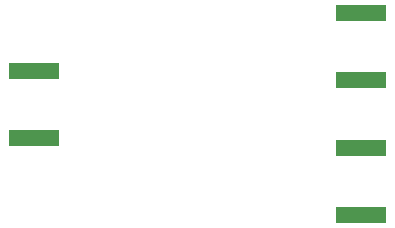
<source format=gbr>
G04 EAGLE Gerber RS-274X export*
G75*
%MOMM*%
%FSLAX34Y34*%
%LPD*%
%INSolderpaste Bottom*%
%IPPOS*%
%AMOC8*
5,1,8,0,0,1.08239X$1,22.5*%
G01*
%ADD10R,4.200000X1.350000*%


D10*
X572230Y461320D03*
X572230Y404820D03*
X848900Y454350D03*
X848900Y510850D03*
X848900Y340050D03*
X848900Y396550D03*
M02*

</source>
